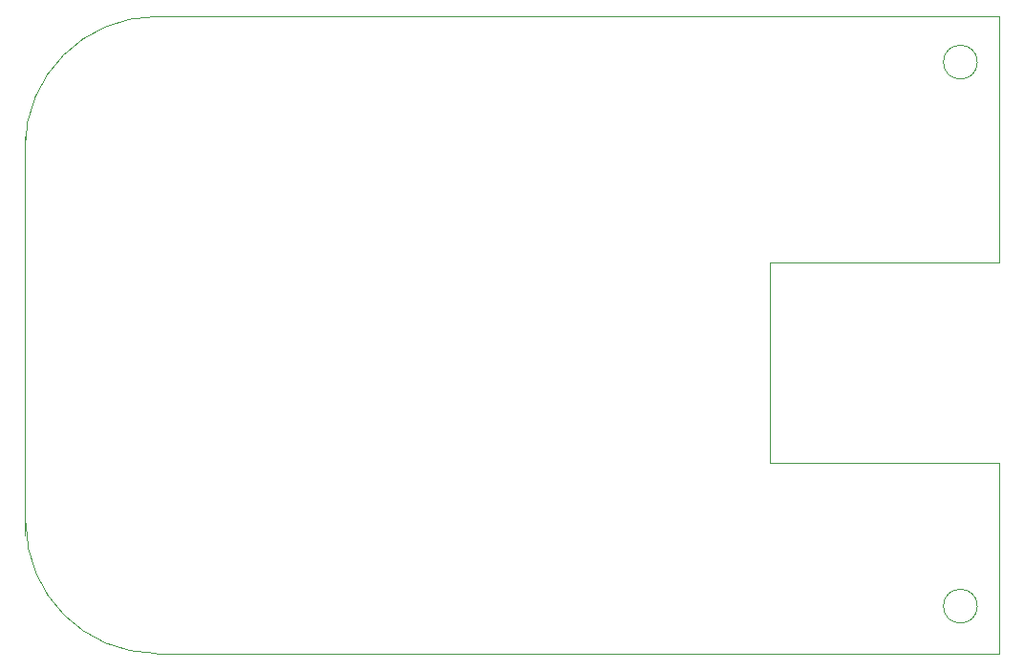
<source format=gbr>
G04 #@! TF.FileFunction,Profile,NP*
%FSLAX46Y46*%
G04 Gerber Fmt 4.6, Leading zero omitted, Abs format (unit mm)*
G04 Created by KiCad (PCBNEW 0.201506030104+5696~23~ubuntu14.04.1-product) date Seg 26 Out 2015 11:53:51 BRST*
%MOMM*%
G01*
G04 APERTURE LIST*
%ADD10C,0.100000*%
G04 APERTURE END LIST*
D10*
X189770000Y-129133600D02*
G75*
G03X189770000Y-129133600I-1500000J0D01*
G01*
X189770000Y-80873600D02*
G75*
G03X189770000Y-80873600I-1500000J0D01*
G01*
X191750000Y-76800000D02*
X117035000Y-76800000D01*
X184700000Y-116400000D02*
X184725000Y-116400000D01*
X191750000Y-133334000D02*
X191750000Y-116400000D01*
X117035000Y-133334000D02*
X191750000Y-133334000D01*
X105360000Y-87500000D02*
X105360000Y-122825000D01*
X105435000Y-121725000D02*
G75*
G03X117035000Y-133325000I11600000J0D01*
G01*
X117035000Y-76825000D02*
G75*
G03X105360000Y-88500000I0J-11675000D01*
G01*
X171425000Y-116400000D02*
X191750000Y-116400000D01*
X171425000Y-98675000D02*
X171425000Y-116400000D01*
X191750000Y-98675000D02*
X171425000Y-98675000D01*
X191750000Y-76787500D02*
X191750000Y-98675000D01*
M02*

</source>
